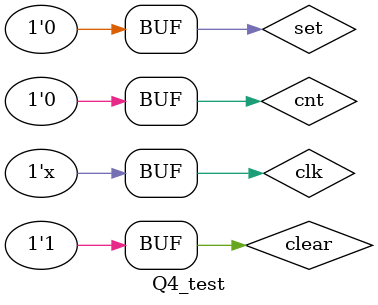
<source format=v>
`timescale 1ns / 1ps


module Q4_test;
 parameter half_period=50;
   parameter counter_size=4;
   
   wire [counter_size-1:0] Q;
   reg clk,clear,cnt,set;
   
   hw4 #(counter_size) UUT (clk,clear,cnt,set,Q,);
   
   initial begin
   #0 clk=0;set=1;clear=0;cnt=0;
   #100 set=0;
   #100 cnt=1;
   #200 cnt=0;
   #400 clear=1;
   end
   
   always #half_period clk=~clk;
   
endmodule

</source>
